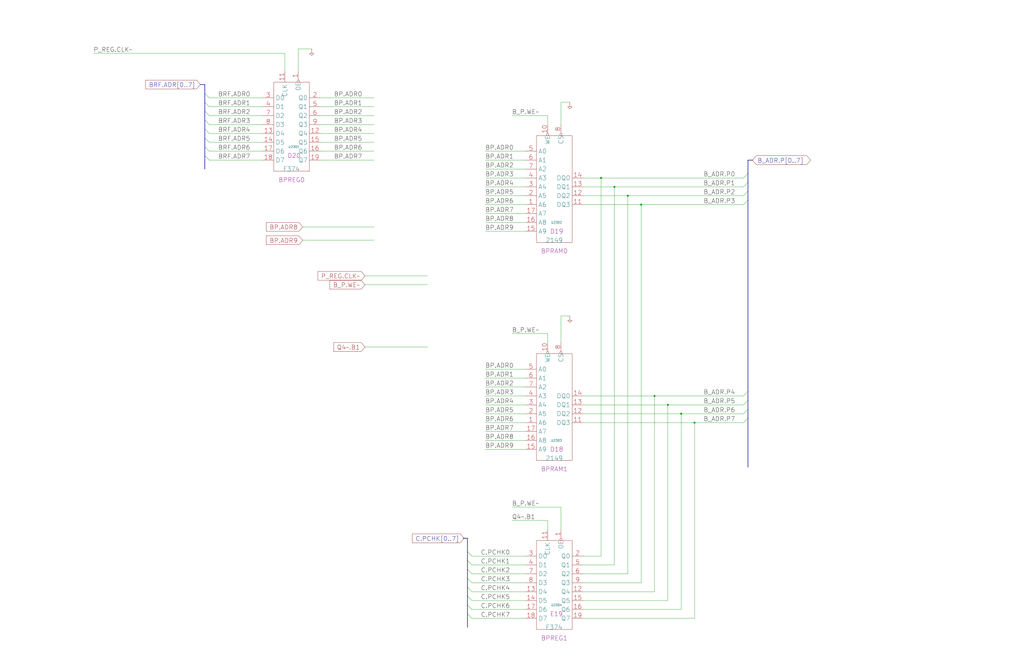
<source format=kicad_sch>
(kicad_sch (version 20250114) (generator "eeschema") (generator_version "9.0")
  (paper "User" 584.2 378.46)
  (title_block (title "REGISTER FILE B PARITY") (date "22-MAR-90") (rev "1.0") (comment 1 "VALUE") (comment 2 "232-003063") (comment 3 "S400") (comment 4 "RELEASED"))
  (lib_symbols
    (symbol "r1000:2149" (pin_names (offset 1.016))
      (property "Reference" "U" (at 2.54 5.08 0))
      (property "Value" "2149" (at -3.81 -5.08 0))
      (property "Location" "___" (at -1.27 0 0))
      (property "Name" "______" (at 1.27 -12.7 0))
      (symbol "2149_1_1"
        (rectangle (start -8.89 54.61) (end 11.43 -6.35))
        (circle (center -2.54 55.245) (radius 0.635))
        (circle (center 5.08 55.245) (radius 0.635))
        (pin input line (at -15.24 45.72 0) (length 6.35) (name "A0") (number "5"))
        (pin input line (at -15.24 40.64 0) (length 6.35) (name "A1") (number "6"))
        (pin input line (at -15.24 35.56 0) (length 6.35) (name "A2") (number "7"))
        (pin input line (at -15.24 30.48 0) (length 6.35) (name "A3") (number "4"))
        (pin input line (at -15.24 25.4 0) (length 6.35) (name "A4") (number "3"))
        (pin input line (at -15.24 20.32 0) (length 6.35) (name "A5") (number "2"))
        (pin input line (at -15.24 15.24 0) (length 6.35) (name "A6") (number "1"))
        (pin input line (at -15.24 10.16 0) (length 6.35) (name "A7") (number "17"))
        (pin input line (at -15.24 5.08 0) (length 6.35) (name "A8") (number "16"))
        (pin input line (at -15.24 0 0) (length 6.35) (name "A9") (number "15"))
        (pin input line (at -2.54 60.96 270) (length 5.08) (name "WE") (number "10"))
        (pin input line (at 5.08 60.96 270) (length 5.08) (name "CS") (number "8"))
        (pin bidirectional line (at 17.78 30.48 180) (length 6.35) (name "DQ0") (number "14"))
        (pin bidirectional line (at 17.78 25.4 180) (length 6.35) (name "DQ1") (number "13"))
        (pin bidirectional line (at 17.78 20.32 180) (length 6.35) (name "DQ2") (number "12"))
        (pin bidirectional line (at 17.78 15.24 180) (length 6.35) (name "DQ3") (number "11"))
      )
    )
    (symbol "r1000:F374" (pin_names (offset 1.016))
      (property "Reference" "U" (at 2.54 5.08 0))
      (property "Value" "F374" (at -3.81 -7.62 0))
      (property "Location" "___" (at -1.27 0 0))
      (property "Name" "______" (at 1.27 -15.24 0))
      (symbol "F374_1_1"
        (rectangle (start -8.89 41.91) (end 11.43 -8.89))
        (circle (center 5.08 42.545) (radius 0.635))
        (pin input line (at -15.24 33.02 0) (length 6.35) (name "D0") (number "3"))
        (pin input line (at -15.24 27.94 0) (length 6.35) (name "D1") (number "4"))
        (pin input line (at -15.24 22.86 0) (length 6.35) (name "D2") (number "7"))
        (pin input line (at -15.24 17.78 0) (length 6.35) (name "D3") (number "8"))
        (pin input line (at -15.24 12.7 0) (length 6.35) (name "D4") (number "13"))
        (pin input line (at -15.24 7.62 0) (length 6.35) (name "D5") (number "14"))
        (pin input line (at -15.24 2.54 0) (length 6.35) (name "D6") (number "17"))
        (pin input line (at -15.24 -2.54 0) (length 6.35) (name "D7") (number "18"))
        (pin input line (at -2.54 48.26 270) (length 6.35) (name "CLK") (number "11"))
        (pin input line (at 5.08 48.26 270) (length 5.08) (name "OE") (number "1"))
        (pin tri_state line (at 17.78 33.02 180) (length 6.35) (name "Q0") (number "2"))
        (pin tri_state line (at 17.78 27.94 180) (length 6.35) (name "Q1") (number "5"))
        (pin tri_state line (at 17.78 22.86 180) (length 6.35) (name "Q2") (number "6"))
        (pin tri_state line (at 17.78 17.78 180) (length 6.35) (name "Q3") (number "9"))
        (pin tri_state line (at 17.78 12.7 180) (length 6.35) (name "Q4") (number "12"))
        (pin tri_state line (at 17.78 7.62 180) (length 6.35) (name "Q5") (number "15"))
        (pin tri_state line (at 17.78 2.54 180) (length 6.35) (name "Q6") (number "16"))
        (pin tri_state line (at 17.78 -2.54 180) (length 6.35) (name "Q7") (number "19"))
      )
    )
    (symbol "r1000:PD" (power) (pin_numbers (hide yes)) (pin_names (hide yes)) (in_bom no)
      (symbol "PD_0_1"
        (polyline (pts (xy 0 -2.54) (xy 1.27 -2.54) (xy 0 -3.81) (xy -1.27 -2.54) (xy 0 -2.54)) (stroke (width 0.1524)))
      )
      (symbol "PD_1_1"
        (pin power_in line (at 0 0 270) (length 2.54) (name "PD") (number "1"))
      )
    )
  )
  (junction (at 388.62 236.22))
  (junction (at 396.24 241.3))
  (junction (at 358.14 111.76))
  (junction (at 350.52 106.68))
  (junction (at 365.76 116.84))
  (junction (at 381 231.14))
  (junction (at 342.9 101.6))
  (junction (at 373.38 226.06))
  (bus_entry (at 116.84 53.34) (size 2.54 2.54))
  (bus_entry (at 116.84 63.5) (size 2.54 2.54))
  (bus_entry (at 266.7 335.28) (size 2.54 2.54))
  (bus_entry (at 426.72 223.52) (size -2.54 2.54))
  (bus_entry (at 426.72 228.6) (size -2.54 2.54))
  (bus_entry (at 426.72 238.76) (size -2.54 2.54))
  (bus_entry (at 266.7 350.52) (size 2.54 2.54))
  (bus_entry (at 266.7 330.2) (size 2.54 2.54))
  (bus_entry (at 426.72 104.14) (size -2.54 2.54))
  (bus_entry (at 266.7 325.12) (size 2.54 2.54))
  (bus_entry (at 266.7 345.44) (size 2.54 2.54))
  (bus_entry (at 426.72 109.22) (size -2.54 2.54))
  (bus_entry (at 116.84 73.66) (size 2.54 2.54))
  (bus_entry (at 116.84 58.42) (size 2.54 2.54))
  (bus_entry (at 116.84 88.9) (size 2.54 2.54))
  (bus_entry (at 116.84 83.82) (size 2.54 2.54))
  (bus_entry (at 426.72 114.3) (size -2.54 2.54))
  (bus_entry (at 426.72 233.68) (size -2.54 2.54))
  (bus_entry (at 266.7 340.36) (size 2.54 2.54))
  (bus_entry (at 116.84 68.58) (size 2.54 2.54))
  (bus_entry (at 116.84 78.74) (size 2.54 2.54))
  (bus_entry (at 266.7 320.04) (size 2.54 2.54))
  (bus_entry (at 266.7 314.96) (size 2.54 2.54))
  (bus_entry (at 426.72 99.06) (size -2.54 2.54))
  (wire (pts (xy 332.74 241.3) (xy 396.24 241.3)))
  (wire (pts (xy 358.14 111.76) (xy 358.14 327.66)))
  (wire (pts (xy 269.24 342.9) (xy 299.72 342.9)))
  (bus (pts (xy 426.72 104.14) (xy 426.72 109.22)))
  (wire (pts (xy 342.9 101.6) (xy 424.18 101.6)))
  (wire (pts (xy 276.86 86.36) (xy 299.72 86.36)))
  (bus (pts (xy 266.7 320.04) (xy 266.7 325.12)))
  (wire (pts (xy 332.74 111.76) (xy 358.14 111.76)))
  (bus (pts (xy 116.84 83.82) (xy 116.84 88.9)))
  (bus (pts (xy 116.84 53.34) (xy 116.84 58.42)))
  (bus (pts (xy 266.7 330.2) (xy 266.7 335.28)))
  (wire (pts (xy 208.28 198.12) (xy 243.84 198.12)))
  (wire (pts (xy 119.38 86.36) (xy 149.86 86.36)))
  (wire (pts (xy 119.38 60.96) (xy 149.86 60.96)))
  (wire (pts (xy 365.76 332.74) (xy 365.76 116.84)))
  (wire (pts (xy 276.86 241.3) (xy 299.72 241.3)))
  (wire (pts (xy 269.24 353.06) (xy 299.72 353.06)))
  (wire (pts (xy 381 231.14) (xy 424.18 231.14)))
  (wire (pts (xy 269.24 322.58) (xy 299.72 322.58)))
  (wire (pts (xy 312.42 297.18) (xy 312.42 302.26)))
  (wire (pts (xy 172.72 137.16) (xy 213.36 137.16)))
  (wire (pts (xy 312.42 66.04) (xy 312.42 71.12)))
  (bus (pts (xy 266.7 340.36) (xy 266.7 345.44)))
  (wire (pts (xy 373.38 226.06) (xy 424.18 226.06)))
  (bus (pts (xy 266.7 314.96) (xy 266.7 320.04)))
  (bus (pts (xy 116.84 58.42) (xy 116.84 63.5)))
  (wire (pts (xy 276.86 215.9) (xy 299.72 215.9)))
  (wire (pts (xy 292.1 289.56) (xy 320.04 289.56)))
  (wire (pts (xy 182.88 66.04) (xy 213.36 66.04)))
  (bus (pts (xy 114.3 48.26) (xy 116.84 48.26)))
  (wire (pts (xy 312.42 190.5) (xy 312.42 195.58)))
  (wire (pts (xy 292.1 66.04) (xy 312.42 66.04)))
  (wire (pts (xy 276.86 96.52) (xy 299.72 96.52)))
  (wire (pts (xy 276.86 220.98) (xy 299.72 220.98)))
  (wire (pts (xy 332.74 101.6) (xy 342.9 101.6)))
  (wire (pts (xy 381 342.9) (xy 381 231.14)))
  (wire (pts (xy 276.86 111.76) (xy 299.72 111.76)))
  (wire (pts (xy 388.62 236.22) (xy 388.62 347.98)))
  (wire (pts (xy 332.74 332.74) (xy 365.76 332.74)))
  (wire (pts (xy 332.74 236.22) (xy 388.62 236.22)))
  (bus (pts (xy 116.84 63.5) (xy 116.84 68.58)))
  (wire (pts (xy 269.24 327.66) (xy 299.72 327.66)))
  (wire (pts (xy 276.86 106.68) (xy 299.72 106.68)))
  (wire (pts (xy 292.1 297.18) (xy 312.42 297.18)))
  (wire (pts (xy 388.62 236.22) (xy 424.18 236.22)))
  (wire (pts (xy 182.88 60.96) (xy 213.36 60.96)))
  (wire (pts (xy 276.86 116.84) (xy 299.72 116.84)))
  (bus (pts (xy 426.72 91.44) (xy 426.72 99.06)))
  (wire (pts (xy 119.38 71.12) (xy 149.86 71.12)))
  (bus (pts (xy 266.7 335.28) (xy 266.7 340.36)))
  (wire (pts (xy 396.24 353.06) (xy 396.24 241.3)))
  (wire (pts (xy 119.38 66.04) (xy 149.86 66.04)))
  (wire (pts (xy 388.62 347.98) (xy 332.74 347.98)))
  (wire (pts (xy 276.86 121.92) (xy 299.72 121.92)))
  (wire (pts (xy 373.38 337.82) (xy 332.74 337.82)))
  (wire (pts (xy 208.28 162.56) (xy 243.84 162.56)))
  (wire (pts (xy 177.8 27.94) (xy 170.18 27.94)))
  (wire (pts (xy 269.24 332.74) (xy 299.72 332.74)))
  (wire (pts (xy 332.74 353.06) (xy 396.24 353.06)))
  (bus (pts (xy 426.72 228.6) (xy 426.72 233.68)))
  (wire (pts (xy 269.24 337.82) (xy 299.72 337.82)))
  (wire (pts (xy 172.72 129.54) (xy 213.36 129.54)))
  (wire (pts (xy 332.74 322.58) (xy 350.52 322.58)))
  (bus (pts (xy 426.72 233.68) (xy 426.72 238.76)))
  (bus (pts (xy 426.72 238.76) (xy 426.72 266.7)))
  (wire (pts (xy 276.86 127) (xy 299.72 127)))
  (wire (pts (xy 325.12 180.34) (xy 320.04 180.34)))
  (wire (pts (xy 276.86 132.08) (xy 299.72 132.08)))
  (bus (pts (xy 426.72 223.52) (xy 426.72 228.6)))
  (bus (pts (xy 266.7 345.44) (xy 266.7 350.52)))
  (wire (pts (xy 119.38 81.28) (xy 149.86 81.28)))
  (wire (pts (xy 332.74 226.06) (xy 373.38 226.06)))
  (bus (pts (xy 266.7 325.12) (xy 266.7 330.2)))
  (wire (pts (xy 119.38 55.88) (xy 149.86 55.88)))
  (bus (pts (xy 116.84 48.26) (xy 116.84 53.34)))
  (wire (pts (xy 276.86 236.22) (xy 299.72 236.22)))
  (wire (pts (xy 276.86 246.38) (xy 299.72 246.38)))
  (wire (pts (xy 396.24 241.3) (xy 424.18 241.3)))
  (wire (pts (xy 276.86 101.6) (xy 299.72 101.6)))
  (wire (pts (xy 325.12 58.42) (xy 320.04 58.42)))
  (wire (pts (xy 342.9 317.5) (xy 332.74 317.5)))
  (wire (pts (xy 276.86 226.06) (xy 299.72 226.06)))
  (wire (pts (xy 320.04 289.56) (xy 320.04 302.26)))
  (wire (pts (xy 373.38 226.06) (xy 373.38 337.82)))
  (wire (pts (xy 119.38 91.44) (xy 149.86 91.44)))
  (wire (pts (xy 208.28 157.48) (xy 243.84 157.48)))
  (wire (pts (xy 332.74 116.84) (xy 365.76 116.84)))
  (wire (pts (xy 276.86 91.44) (xy 299.72 91.44)))
  (bus (pts (xy 266.7 350.52) (xy 266.7 358.14)))
  (wire (pts (xy 350.52 106.68) (xy 424.18 106.68)))
  (wire (pts (xy 276.86 210.82) (xy 299.72 210.82)))
  (wire (pts (xy 182.88 71.12) (xy 213.36 71.12)))
  (bus (pts (xy 266.7 307.34) (xy 266.7 314.96)))
  (wire (pts (xy 182.88 91.44) (xy 213.36 91.44)))
  (bus (pts (xy 426.72 114.3) (xy 426.72 223.52)))
  (wire (pts (xy 182.88 76.2) (xy 213.36 76.2)))
  (bus (pts (xy 426.72 91.44) (xy 429.26 91.44)))
  (wire (pts (xy 332.74 342.9) (xy 381 342.9)))
  (wire (pts (xy 320.04 58.42) (xy 320.04 71.12)))
  (wire (pts (xy 292.1 190.5) (xy 312.42 190.5)))
  (bus (pts (xy 116.84 88.9) (xy 116.84 96.52)))
  (wire (pts (xy 365.76 116.84) (xy 424.18 116.84)))
  (wire (pts (xy 276.86 256.54) (xy 299.72 256.54)))
  (wire (pts (xy 276.86 231.14) (xy 299.72 231.14)))
  (wire (pts (xy 182.88 55.88) (xy 213.36 55.88)))
  (bus (pts (xy 426.72 109.22) (xy 426.72 114.3)))
  (wire (pts (xy 358.14 327.66) (xy 332.74 327.66)))
  (wire (pts (xy 332.74 231.14) (xy 381 231.14)))
  (wire (pts (xy 276.86 251.46) (xy 299.72 251.46)))
  (bus (pts (xy 116.84 73.66) (xy 116.84 78.74)))
  (bus (pts (xy 264.16 307.34) (xy 266.7 307.34)))
  (bus (pts (xy 426.72 99.06) (xy 426.72 104.14)))
  (wire (pts (xy 119.38 76.2) (xy 149.86 76.2)))
  (wire (pts (xy 350.52 322.58) (xy 350.52 106.68)))
  (wire (pts (xy 170.18 27.94) (xy 170.18 40.64)))
  (wire (pts (xy 320.04 180.34) (xy 320.04 195.58)))
  (wire (pts (xy 53.34 30.48) (xy 162.56 30.48)))
  (wire (pts (xy 269.24 317.5) (xy 299.72 317.5)))
  (wire (pts (xy 269.24 347.98) (xy 299.72 347.98)))
  (bus (pts (xy 116.84 68.58) (xy 116.84 73.66)))
  (wire (pts (xy 358.14 111.76) (xy 424.18 111.76)))
  (wire (pts (xy 182.88 86.36) (xy 213.36 86.36)))
  (bus (pts (xy 116.84 78.74) (xy 116.84 83.82)))
  (wire (pts (xy 342.9 101.6) (xy 342.9 317.5)))
  (wire (pts (xy 332.74 106.68) (xy 350.52 106.68)))
  (wire (pts (xy 162.56 30.48) (xy 162.56 40.64)))
  (wire (pts (xy 182.88 81.28) (xy 213.36 81.28)))
  (label "BRF.ADR0" (at 124.46 55.88 0) (effects (font (size 2.54 2.54))))
  (label "BRF.ADR2" (at 124.46 66.04 0) (effects (font (size 2.54 2.54))))
  (label "B_ADR.P1" (at 401.32 106.68 0) (effects (font (size 2.54 2.54))))
  (label "BP.ADR9" (at 276.86 132.08 0) (effects (font (size 2.54 2.54))))
  (label "BRF.ADR6" (at 124.46 86.36 0) (effects (font (size 2.54 2.54))))
  (label "BP.ADR8" (at 276.86 251.46 0) (effects (font (size 2.54 2.54))))
  (label "BP.ADR0" (at 276.86 210.82 0) (effects (font (size 2.54 2.54))))
  (label "C.PCHK7" (at 274.32 353.06 0) (effects (font (size 2.54 2.54))))
  (label "BP.ADR4" (at 276.86 106.68 0) (effects (font (size 2.54 2.54))))
  (label "BP.ADR7" (at 276.86 246.38 0) (effects (font (size 2.54 2.54))))
  (label "BP.ADR6" (at 276.86 116.84 0) (effects (font (size 2.54 2.54))))
  (label "B_P.WE~" (at 292.1 190.5 0) (effects (font (size 2.54 2.54))))
  (label "C.PCHK3" (at 274.32 332.74 0) (effects (font (size 2.54 2.54))))
  (label "BP.ADR2" (at 276.86 220.98 0) (effects (font (size 2.54 2.54))))
  (label "B_ADR.P0" (at 401.32 101.6 0) (effects (font (size 2.54 2.54))))
  (label "C.PCHK4" (at 274.32 337.82 0) (effects (font (size 2.54 2.54))))
  (label "B_ADR.P5" (at 401.32 231.14 0) (effects (font (size 2.54 2.54))))
  (label "B_ADR.P7" (at 401.32 241.3 0) (effects (font (size 2.54 2.54))))
  (label "BP.ADR1" (at 190.5 60.96 0) (effects (font (size 2.54 2.54))))
  (label "BP.ADR6" (at 276.86 241.3 0) (effects (font (size 2.54 2.54))))
  (label "B_ADR.P3" (at 401.32 116.84 0) (effects (font (size 2.54 2.54))))
  (label "BP.ADR8" (at 276.86 127 0) (effects (font (size 2.54 2.54))))
  (label "C.PCHK6" (at 274.32 347.98 0) (effects (font (size 2.54 2.54))))
  (label "BP.ADR4" (at 276.86 231.14 0) (effects (font (size 2.54 2.54))))
  (label "C.PCHK2" (at 274.32 327.66 0) (effects (font (size 2.54 2.54))))
  (label "B_P.WE~" (at 292.1 66.04 0) (effects (font (size 2.54 2.54))))
  (label "BP.ADR3" (at 276.86 226.06 0) (effects (font (size 2.54 2.54))))
  (label "B_ADR.P2" (at 401.32 111.76 0) (effects (font (size 2.54 2.54))))
  (label "BP.ADR3" (at 276.86 101.6 0) (effects (font (size 2.54 2.54))))
  (label "BRF.ADR3" (at 124.46 71.12 0) (effects (font (size 2.54 2.54))))
  (label "P_REG.CLK~" (at 53.34 30.48 0) (effects (font (size 2.54 2.54))))
  (label "B_ADR.P6" (at 401.32 236.22 0) (effects (font (size 2.54 2.54))))
  (label "C.PCHK5" (at 274.32 342.9 0) (effects (font (size 2.54 2.54))))
  (label "BP.ADR2" (at 190.5 66.04 0) (effects (font (size 2.54 2.54))))
  (label "BRF.ADR4" (at 124.46 76.2 0) (effects (font (size 2.54 2.54))))
  (label "BP.ADR4" (at 190.5 76.2 0) (effects (font (size 2.54 2.54))))
  (label "Q4~.B1" (at 292.1 297.18 0) (effects (font (size 2.54 2.54))))
  (label "BP.ADR5" (at 276.86 236.22 0) (effects (font (size 2.54 2.54))))
  (label "BP.ADR7" (at 190.5 91.44 0) (effects (font (size 2.54 2.54))))
  (label "BP.ADR0" (at 276.86 86.36 0) (effects (font (size 2.54 2.54))))
  (label "BP.ADR5" (at 190.5 81.28 0) (effects (font (size 2.54 2.54))))
  (label "B_ADR.P4" (at 401.32 226.06 0) (effects (font (size 2.54 2.54))))
  (label "BP.ADR5" (at 276.86 111.76 0) (effects (font (size 2.54 2.54))))
  (label "BRF.ADR1" (at 124.46 60.96 0) (effects (font (size 2.54 2.54))))
  (label "BP.ADR9" (at 276.86 256.54 0) (effects (font (size 2.54 2.54))))
  (label "B_P.WE~" (at 292.1 289.56 0) (effects (font (size 2.54 2.54))))
  (label "BP.ADR0" (at 190.5 55.88 0) (effects (font (size 2.54 2.54))))
  (label "BP.ADR7" (at 276.86 121.92 0) (effects (font (size 2.54 2.54))))
  (label "BP.ADR2" (at 276.86 96.52 0) (effects (font (size 2.54 2.54))))
  (label "BP.ADR6" (at 190.5 86.36 0) (effects (font (size 2.54 2.54))))
  (label "BP.ADR3" (at 190.5 71.12 0) (effects (font (size 2.54 2.54))))
  (label "BP.ADR1" (at 276.86 91.44 0) (effects (font (size 2.54 2.54))))
  (label "BRF.ADR5" (at 124.46 81.28 0) (effects (font (size 2.54 2.54))))
  (label "BP.ADR1" (at 276.86 215.9 0) (effects (font (size 2.54 2.54))))
  (label "C.PCHK0" (at 274.32 317.5 0) (effects (font (size 2.54 2.54))))
  (label "BRF.ADR7" (at 124.46 91.44 0) (effects (font (size 2.54 2.54))))
  (label "C.PCHK1" (at 274.32 322.58 0) (effects (font (size 2.54 2.54))))
  (global_label "P_REG.CLK~" (shape input) (at 208.28 157.48 180) (effects (font (size 2.54 2.54))) (property "Intersheetrefs" "${INTERSHEET_REFS}" (at 181.4407 157.3213 0) (effects (font (size 1.905 1.905)) (justify right))))
  (global_label "C.PCHK[0..7]" (shape input) (at 264.7911 307.34 180) (effects (font (size 2.54 2.54))) (property "Intersheetrefs" "${INTERSHEET_REFS}" (at 235.2908 307.1813 0) (effects (font (size 1.905 1.905)) (justify right))))
  (global_label "BP.ADR8" (shape input) (at 172.72 129.54 180) (effects (font (size 2.54 2.54))) (property "Intersheetrefs" "${INTERSHEET_REFS}" (at 151.9283 129.3813 0) (effects (font (size 1.905 1.905)) (justify right))))
  (global_label "BP.ADR9" (shape input) (at 172.72 137.16 180) (effects (font (size 2.54 2.54))) (property "Intersheetrefs" "${INTERSHEET_REFS}" (at 151.9283 137.0013 0) (effects (font (size 1.905 1.905)) (justify right))))
  (global_label "B_P.WE~" (shape input) (at 208.28 162.56 180) (effects (font (size 2.54 2.54))) (property "Intersheetrefs" "${INTERSHEET_REFS}" (at 188.214 162.4013 0) (effects (font (size 1.905 1.905)) (justify right))))
  (global_label "BRF.ADR[0..7]" (shape input) (at 114.3 48.26 180) (effects (font (size 2.54 2.54))) (property "Intersheetrefs" "${INTERSHEET_REFS}" (at 83.1064 48.1013 0) (effects (font (size 1.905 1.905)) (justify right))))
  (global_label "B_ADR.P[0..7]" (shape bidirectional) (at 429.26 91.44 0) (effects (font (size 2.54 2.54))) (property "Intersheetrefs" "${INTERSHEET_REFS}" (at 460.2117 91.2813 0) (effects (font (size 1.905 1.905)) (justify left))))
  (global_label "Q4~.B1" (shape input) (at 208.28 198.12 180) (effects (font (size 2.54 2.54))) (property "Intersheetrefs" "${INTERSHEET_REFS}" (at 190.3911 197.9613 0) (effects (font (size 1.905 1.905)) (justify right))))
  (symbol (lib_id "r1000:2149") (at 314.96 256.54 0) (unit 1)
    (property "Reference" "U2303" (at 317.5 251.46 0))
    (property "Value" "2149" (at 311.15 261.62 0) (effects (font (size 2.54 2.54)) (justify left)))
    (property "Location" "D18" (at 313.69 256.54 0) (effects (font (size 2.54 2.54)) (justify left)))
    (property "Name" "BPRAM1" (at 316.23 269.24 0) (effects (font (size 2.54 2.54)) (justify bottom)))
  )
  (symbol (lib_id "r1000:PD") (at 177.8 27.94 0) (unit 1) (in_bom no)
    (property "Reference" "#PWR0114" (effects (hide yes)))
    (property "Value" "PD" (effects (hide yes)))
  )
  (symbol (lib_id "r1000:PD") (at 325.12 58.42 0) (unit 1) (in_bom no)
    (property "Reference" "#PWR02301" (effects (hide yes)))
    (property "Value" "PD" (effects (hide yes)))
  )
  (symbol (lib_id "r1000:PD") (at 325.12 180.34 0) (unit 1) (in_bom no)
    (property "Reference" "#PWR02302" (effects (hide yes)))
    (property "Value" "PD" (effects (hide yes)))
  )
  (symbol (lib_id "r1000:2149") (at 314.96 132.08 0) (unit 1)
    (property "Reference" "U2302" (at 317.5 127 0))
    (property "Value" "2149" (at 311.15 137.16 0) (effects (font (size 2.54 2.54)) (justify left)))
    (property "Location" "D19" (at 313.69 132.08 0) (effects (font (size 2.54 2.54)) (justify left)))
    (property "Name" "BPRAM0" (at 316.23 144.78 0) (effects (font (size 2.54 2.54)) (justify bottom)))
  )
  (symbol (lib_id "r1000:F374") (at 314.96 350.52 0) (unit 1)
    (property "Reference" "U2304" (at 317.5 345.44 0))
    (property "Value" "F374" (at 311.15 358.14 0) (effects (font (size 2.54 2.54)) (justify left)))
    (property "Location" "E19" (at 313.69 350.52 0) (effects (font (size 2.54 2.54)) (justify left)))
    (property "Name" "BPREG1" (at 316.23 365.76 0) (effects (font (size 2.54 2.54)) (justify bottom)))
  )
  (symbol (lib_id "r1000:F374") (at 165.1 88.9 0) (unit 1)
    (property "Reference" "U2301" (at 167.64 83.82 0))
    (property "Value" "F374" (at 161.29 96.52 0) (effects (font (size 2.54 2.54)) (justify left)))
    (property "Location" "D20" (at 163.83 88.9 0) (effects (font (size 2.54 2.54)) (justify left)))
    (property "Name" "BPREG0" (at 166.37 104.14 0) (effects (font (size 2.54 2.54)) (justify bottom)))
  )
)
</source>
